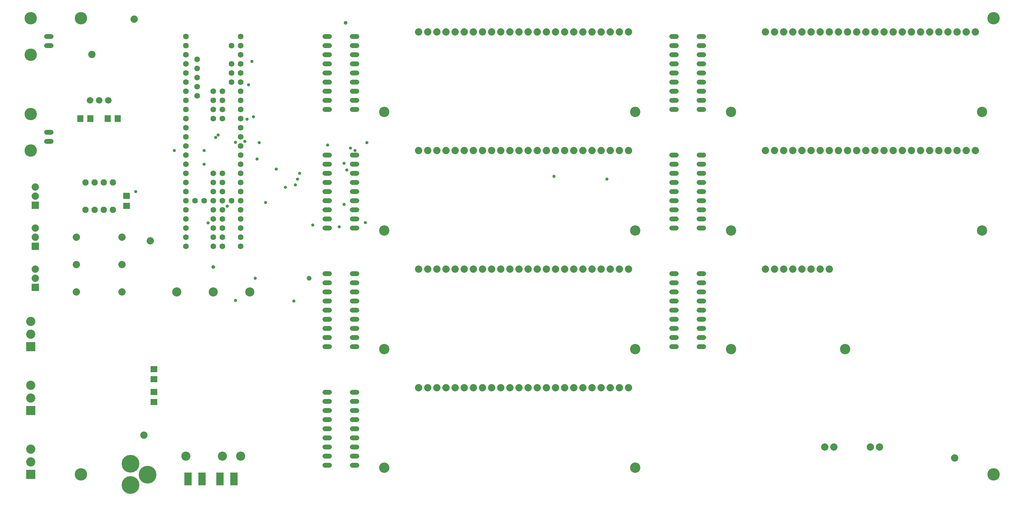
<source format=gbr>
G04 EAGLE Gerber RS-274X export*
G75*
%MOMM*%
%FSLAX34Y34*%
%LPD*%
%INSoldermask Top*%
%IPPOS*%
%AMOC8*
5,1,8,0,0,1.08239X$1,22.5*%
G01*
%ADD10C,2.870200*%
%ADD11P,1.896997X8X202.500000*%
%ADD12C,4.952400*%
%ADD13C,1.371600*%
%ADD14C,1.828800*%
%ADD15C,1.358800*%
%ADD16C,3.452400*%
%ADD17C,2.552400*%
%ADD18R,2.032000X2.032000*%
%ADD19C,2.032000*%
%ADD20R,2.565400X2.565400*%
%ADD21C,2.565400*%
%ADD22C,3.454400*%
%ADD23R,1.752400X1.952400*%
%ADD24R,1.952400X1.752400*%
%ADD25R,2.052400X3.552400*%
%ADD26C,1.600200*%
%ADD27C,1.320800*%
%ADD28C,1.066800*%
%ADD29C,0.914400*%


D10*
X1733550Y1073150D03*
X1035050Y1073150D03*
X1733550Y742950D03*
X1035050Y742950D03*
X1733550Y412750D03*
X1035050Y412750D03*
X1733550Y82550D03*
X1035050Y82550D03*
X2698750Y1073150D03*
X2000250Y1073150D03*
X2698750Y742950D03*
X2000250Y742950D03*
X2317750Y412750D03*
X2000250Y412750D03*
D11*
X279400Y876300D03*
X254000Y876300D03*
X228600Y876300D03*
X203200Y876300D03*
X203200Y800100D03*
X228600Y800100D03*
X254000Y800100D03*
X279400Y800100D03*
D12*
X376200Y62900D03*
X329200Y92900D03*
X329200Y33900D03*
D13*
X870204Y1282700D02*
X882396Y1282700D01*
X882396Y1257300D02*
X870204Y1257300D01*
X870204Y1130300D02*
X882396Y1130300D01*
X882396Y1104900D02*
X870204Y1104900D01*
X870204Y1231900D02*
X882396Y1231900D01*
X882396Y1206500D02*
X870204Y1206500D01*
X870204Y1155700D02*
X882396Y1155700D01*
X882396Y1181100D02*
X870204Y1181100D01*
X870204Y1079500D02*
X882396Y1079500D01*
X946404Y1079500D02*
X958596Y1079500D01*
X958596Y1104900D02*
X946404Y1104900D01*
X946404Y1130300D02*
X958596Y1130300D01*
X958596Y1155700D02*
X946404Y1155700D01*
X946404Y1181100D02*
X958596Y1181100D01*
X958596Y1206500D02*
X946404Y1206500D01*
X946404Y1231900D02*
X958596Y1231900D01*
X958596Y1257300D02*
X946404Y1257300D01*
X946404Y1282700D02*
X958596Y1282700D01*
D14*
X215900Y1104900D03*
X241300Y1104900D03*
X266700Y1104900D03*
D15*
X107632Y1257300D02*
X95568Y1257300D01*
X95568Y1282700D02*
X107632Y1282700D01*
D16*
X50800Y1231900D03*
X50800Y1333500D03*
D17*
X635000Y114300D03*
X584200Y114300D03*
X558800Y571500D03*
X457200Y571500D03*
X482600Y114300D03*
X660400Y571500D03*
D18*
X63500Y698500D03*
D19*
X63500Y723900D03*
X63500Y749300D03*
D18*
X63500Y584200D03*
D19*
X63500Y609600D03*
X63500Y635000D03*
D20*
X50800Y241300D03*
D21*
X50800Y276300D03*
X50800Y311300D03*
D20*
X50800Y419100D03*
D21*
X50800Y454100D03*
X50800Y489100D03*
D19*
X1130300Y1295400D03*
X1155700Y1295400D03*
X1181100Y1295400D03*
X1206500Y1295400D03*
X1231900Y1295400D03*
X1257300Y1295400D03*
X1282700Y1295400D03*
X1308100Y1295400D03*
X1333500Y1295400D03*
X1358900Y1295400D03*
X1384300Y1295400D03*
X1409700Y1295400D03*
X1435100Y1295400D03*
X1460500Y1295400D03*
X1485900Y1295400D03*
X1511300Y1295400D03*
X1536700Y1295400D03*
X1562100Y1295400D03*
X1587500Y1295400D03*
X1612900Y1295400D03*
X1638300Y1295400D03*
X1663700Y1295400D03*
X1689100Y1295400D03*
X1714500Y1295400D03*
D22*
X190500Y63500D03*
X190500Y1333500D03*
X2730500Y1333500D03*
X2730500Y63500D03*
D19*
X304800Y723900D03*
X177800Y723900D03*
X177800Y647700D03*
X304800Y647700D03*
X177800Y571500D03*
X304800Y571500D03*
D23*
X293400Y1054100D03*
X265400Y1054100D03*
X217200Y1054100D03*
X189200Y1054100D03*
D24*
X317500Y811500D03*
X317500Y839500D03*
D19*
X2622550Y109220D03*
X220980Y1233170D03*
X383540Y713740D03*
X339090Y1330960D03*
X365760Y172720D03*
D24*
X393700Y328900D03*
X393700Y356900D03*
X393700Y293400D03*
X393700Y265400D03*
D25*
X577400Y50800D03*
X616400Y50800D03*
D26*
X482600Y1282700D03*
X482600Y1257300D03*
X482600Y1231900D03*
X482600Y1206500D03*
X482600Y1181100D03*
X482600Y1155700D03*
X482600Y1130300D03*
X482600Y1104900D03*
X482600Y1079500D03*
X482600Y1054100D03*
X482600Y1028700D03*
X482600Y1003300D03*
X482600Y977900D03*
X482600Y952500D03*
X482600Y901700D03*
X482600Y876300D03*
X482600Y850900D03*
X482600Y825500D03*
X609600Y825500D03*
X635000Y952500D03*
X635000Y977900D03*
X635000Y1003300D03*
X635000Y1028700D03*
X635000Y1054100D03*
X635000Y1079500D03*
X635000Y1104900D03*
X635000Y1130300D03*
X635000Y1155700D03*
X635000Y1181100D03*
X635000Y1206500D03*
X635000Y1231900D03*
X635000Y1257300D03*
X635000Y1282700D03*
X609600Y1257300D03*
X609600Y1206500D03*
X609600Y1181100D03*
X609600Y1155700D03*
X514350Y1117600D03*
X482600Y927100D03*
X514350Y1168400D03*
X514350Y1219200D03*
X558800Y1054100D03*
X558800Y1079500D03*
X514350Y1143000D03*
X514350Y1193800D03*
X584200Y1054100D03*
X584200Y1079500D03*
X584200Y1104900D03*
X584200Y1130300D03*
X558800Y1104900D03*
X558800Y1130300D03*
X508000Y825500D03*
X635000Y825500D03*
X635000Y850900D03*
X635000Y876300D03*
X635000Y901700D03*
X635000Y927100D03*
X533400Y825500D03*
X558800Y825500D03*
X584200Y825500D03*
X482600Y800100D03*
X482600Y774700D03*
X482600Y749300D03*
X482600Y723900D03*
X482600Y698500D03*
X635000Y698500D03*
X635000Y800100D03*
X635000Y774700D03*
X635000Y749300D03*
X635000Y723900D03*
X558800Y850900D03*
X558800Y876300D03*
X558800Y901700D03*
X584200Y901700D03*
X584200Y876300D03*
X584200Y850900D03*
X558800Y800100D03*
X558800Y774700D03*
X558800Y749300D03*
X558800Y723900D03*
X558800Y698500D03*
X584200Y800100D03*
X584200Y774700D03*
X584200Y749300D03*
X584200Y723900D03*
X584200Y698500D03*
D15*
X107632Y990600D02*
X95568Y990600D01*
X95568Y1016000D02*
X107632Y1016000D01*
D16*
X50800Y965200D03*
X50800Y1066800D03*
D13*
X870204Y952500D02*
X882396Y952500D01*
X882396Y927100D02*
X870204Y927100D01*
X870204Y800100D02*
X882396Y800100D01*
X882396Y774700D02*
X870204Y774700D01*
X870204Y901700D02*
X882396Y901700D01*
X882396Y876300D02*
X870204Y876300D01*
X870204Y825500D02*
X882396Y825500D01*
X882396Y850900D02*
X870204Y850900D01*
X870204Y749300D02*
X882396Y749300D01*
X946404Y749300D02*
X958596Y749300D01*
X958596Y774700D02*
X946404Y774700D01*
X946404Y800100D02*
X958596Y800100D01*
X958596Y825500D02*
X946404Y825500D01*
X946404Y850900D02*
X958596Y850900D01*
X958596Y876300D02*
X946404Y876300D01*
X946404Y901700D02*
X958596Y901700D01*
X958596Y927100D02*
X946404Y927100D01*
X946404Y952500D02*
X958596Y952500D01*
D19*
X1130300Y965200D03*
X1155700Y965200D03*
X1181100Y965200D03*
X1206500Y965200D03*
X1231900Y965200D03*
X1257300Y965200D03*
X1282700Y965200D03*
X1308100Y965200D03*
X1333500Y965200D03*
X1358900Y965200D03*
X1384300Y965200D03*
X1409700Y965200D03*
X1435100Y965200D03*
X1460500Y965200D03*
X1485900Y965200D03*
X1511300Y965200D03*
X1536700Y965200D03*
X1562100Y965200D03*
X1587500Y965200D03*
X1612900Y965200D03*
X1638300Y965200D03*
X1663700Y965200D03*
X1689100Y965200D03*
X1714500Y965200D03*
D13*
X882396Y622300D02*
X870204Y622300D01*
X870204Y596900D02*
X882396Y596900D01*
X882396Y469900D02*
X870204Y469900D01*
X870204Y444500D02*
X882396Y444500D01*
X882396Y571500D02*
X870204Y571500D01*
X870204Y546100D02*
X882396Y546100D01*
X882396Y495300D02*
X870204Y495300D01*
X870204Y520700D02*
X882396Y520700D01*
X882396Y419100D02*
X870204Y419100D01*
X946404Y419100D02*
X958596Y419100D01*
X958596Y444500D02*
X946404Y444500D01*
X946404Y469900D02*
X958596Y469900D01*
X958596Y495300D02*
X946404Y495300D01*
X946404Y520700D02*
X958596Y520700D01*
X958596Y546100D02*
X946404Y546100D01*
X946404Y571500D02*
X958596Y571500D01*
X958596Y596900D02*
X946404Y596900D01*
X946404Y622300D02*
X958596Y622300D01*
D19*
X1130300Y635000D03*
X1155700Y635000D03*
X1181100Y635000D03*
X1206500Y635000D03*
X1231900Y635000D03*
X1257300Y635000D03*
X1282700Y635000D03*
X1308100Y635000D03*
X1333500Y635000D03*
X1358900Y635000D03*
X1384300Y635000D03*
X1409700Y635000D03*
X1435100Y635000D03*
X1460500Y635000D03*
X1485900Y635000D03*
X1511300Y635000D03*
X1536700Y635000D03*
X1562100Y635000D03*
X1587500Y635000D03*
X1612900Y635000D03*
X1638300Y635000D03*
X1663700Y635000D03*
X1689100Y635000D03*
X1714500Y635000D03*
D13*
X882396Y292100D02*
X870204Y292100D01*
X870204Y266700D02*
X882396Y266700D01*
X882396Y139700D02*
X870204Y139700D01*
X870204Y114300D02*
X882396Y114300D01*
X882396Y241300D02*
X870204Y241300D01*
X870204Y215900D02*
X882396Y215900D01*
X882396Y165100D02*
X870204Y165100D01*
X870204Y190500D02*
X882396Y190500D01*
X882396Y88900D02*
X870204Y88900D01*
X946404Y88900D02*
X958596Y88900D01*
X958596Y114300D02*
X946404Y114300D01*
X946404Y139700D02*
X958596Y139700D01*
X958596Y165100D02*
X946404Y165100D01*
X946404Y190500D02*
X958596Y190500D01*
X958596Y215900D02*
X946404Y215900D01*
X946404Y241300D02*
X958596Y241300D01*
X958596Y266700D02*
X946404Y266700D01*
X946404Y292100D02*
X958596Y292100D01*
D19*
X1130300Y304800D03*
X1155700Y304800D03*
X1181100Y304800D03*
X1206500Y304800D03*
X1231900Y304800D03*
X1257300Y304800D03*
X1282700Y304800D03*
X1308100Y304800D03*
X1333500Y304800D03*
X1358900Y304800D03*
X1384300Y304800D03*
X1409700Y304800D03*
X1435100Y304800D03*
X1460500Y304800D03*
X1485900Y304800D03*
X1511300Y304800D03*
X1536700Y304800D03*
X1562100Y304800D03*
X1587500Y304800D03*
X1612900Y304800D03*
X1638300Y304800D03*
X1663700Y304800D03*
X1689100Y304800D03*
X1714500Y304800D03*
D13*
X1835404Y1282700D02*
X1847596Y1282700D01*
X1847596Y1257300D02*
X1835404Y1257300D01*
X1835404Y1130300D02*
X1847596Y1130300D01*
X1847596Y1104900D02*
X1835404Y1104900D01*
X1835404Y1231900D02*
X1847596Y1231900D01*
X1847596Y1206500D02*
X1835404Y1206500D01*
X1835404Y1155700D02*
X1847596Y1155700D01*
X1847596Y1181100D02*
X1835404Y1181100D01*
X1835404Y1079500D02*
X1847596Y1079500D01*
X1911604Y1079500D02*
X1923796Y1079500D01*
X1923796Y1104900D02*
X1911604Y1104900D01*
X1911604Y1130300D02*
X1923796Y1130300D01*
X1923796Y1155700D02*
X1911604Y1155700D01*
X1911604Y1181100D02*
X1923796Y1181100D01*
X1923796Y1206500D02*
X1911604Y1206500D01*
X1911604Y1231900D02*
X1923796Y1231900D01*
X1923796Y1257300D02*
X1911604Y1257300D01*
X1911604Y1282700D02*
X1923796Y1282700D01*
D19*
X2095500Y1295400D03*
X2120900Y1295400D03*
X2146300Y1295400D03*
X2171700Y1295400D03*
X2197100Y1295400D03*
X2222500Y1295400D03*
X2247900Y1295400D03*
X2273300Y1295400D03*
X2298700Y1295400D03*
X2324100Y1295400D03*
X2349500Y1295400D03*
X2374900Y1295400D03*
X2400300Y1295400D03*
X2425700Y1295400D03*
X2451100Y1295400D03*
X2476500Y1295400D03*
X2501900Y1295400D03*
X2527300Y1295400D03*
X2552700Y1295400D03*
X2578100Y1295400D03*
X2603500Y1295400D03*
X2628900Y1295400D03*
X2654300Y1295400D03*
X2679700Y1295400D03*
D13*
X1847596Y952500D02*
X1835404Y952500D01*
X1835404Y927100D02*
X1847596Y927100D01*
X1847596Y800100D02*
X1835404Y800100D01*
X1835404Y774700D02*
X1847596Y774700D01*
X1847596Y901700D02*
X1835404Y901700D01*
X1835404Y876300D02*
X1847596Y876300D01*
X1847596Y825500D02*
X1835404Y825500D01*
X1835404Y850900D02*
X1847596Y850900D01*
X1847596Y749300D02*
X1835404Y749300D01*
X1911604Y749300D02*
X1923796Y749300D01*
X1923796Y774700D02*
X1911604Y774700D01*
X1911604Y800100D02*
X1923796Y800100D01*
X1923796Y825500D02*
X1911604Y825500D01*
X1911604Y850900D02*
X1923796Y850900D01*
X1923796Y876300D02*
X1911604Y876300D01*
X1911604Y901700D02*
X1923796Y901700D01*
X1923796Y927100D02*
X1911604Y927100D01*
X1911604Y952500D02*
X1923796Y952500D01*
D19*
X2095500Y965200D03*
X2120900Y965200D03*
X2146300Y965200D03*
X2171700Y965200D03*
X2197100Y965200D03*
X2222500Y965200D03*
X2247900Y965200D03*
X2273300Y965200D03*
X2298700Y965200D03*
X2324100Y965200D03*
X2349500Y965200D03*
X2374900Y965200D03*
X2400300Y965200D03*
X2425700Y965200D03*
X2451100Y965200D03*
X2476500Y965200D03*
X2501900Y965200D03*
X2527300Y965200D03*
X2552700Y965200D03*
X2578100Y965200D03*
X2603500Y965200D03*
X2628900Y965200D03*
X2654300Y965200D03*
X2679700Y965200D03*
D13*
X1847596Y622300D02*
X1835404Y622300D01*
X1835404Y596900D02*
X1847596Y596900D01*
X1847596Y469900D02*
X1835404Y469900D01*
X1835404Y444500D02*
X1847596Y444500D01*
X1847596Y571500D02*
X1835404Y571500D01*
X1835404Y546100D02*
X1847596Y546100D01*
X1847596Y495300D02*
X1835404Y495300D01*
X1835404Y520700D02*
X1847596Y520700D01*
X1847596Y419100D02*
X1835404Y419100D01*
X1911604Y419100D02*
X1923796Y419100D01*
X1923796Y444500D02*
X1911604Y444500D01*
X1911604Y469900D02*
X1923796Y469900D01*
X1923796Y495300D02*
X1911604Y495300D01*
X1911604Y520700D02*
X1923796Y520700D01*
X1923796Y546100D02*
X1911604Y546100D01*
X1911604Y571500D02*
X1923796Y571500D01*
X1923796Y596900D02*
X1911604Y596900D01*
X1911604Y622300D02*
X1923796Y622300D01*
D19*
X2260600Y139700D03*
X2286000Y139700D03*
X2387600Y139700D03*
X2413000Y139700D03*
X2095500Y635000D03*
X2120900Y635000D03*
X2146300Y635000D03*
X2171700Y635000D03*
X2197100Y635000D03*
X2222500Y635000D03*
X2247900Y635000D03*
X2273300Y635000D03*
D18*
X63500Y812800D03*
D19*
X63500Y838200D03*
X63500Y863600D03*
D20*
X50800Y63500D03*
D21*
X50800Y98500D03*
X50800Y133500D03*
D25*
X527500Y50800D03*
X488500Y50800D03*
D27*
X825500Y609600D03*
D28*
X558800Y641350D03*
D29*
X533400Y927100D03*
X533400Y965200D03*
X450850Y965200D03*
X342900Y850900D03*
D28*
X927100Y1320800D03*
D29*
X573024Y1008888D03*
X666496Y1213104D03*
X787400Y869696D03*
X680720Y941832D03*
X565912Y1001776D03*
X783336Y546608D03*
X544576Y764032D03*
X598424Y810768D03*
X982472Y765048D03*
X954024Y965200D03*
X734568Y913384D03*
X1507744Y893064D03*
X923544Y815848D03*
X986536Y987552D03*
X686816Y987552D03*
X620776Y988568D03*
X940816Y972312D03*
X670560Y1059688D03*
X909320Y752856D03*
X657352Y1148080D03*
X877824Y980440D03*
X1655064Y885952D03*
X653288Y1052576D03*
X705104Y820928D03*
X799592Y902208D03*
X647192Y990600D03*
X620776Y547624D03*
X675640Y609600D03*
X836168Y757936D03*
X930656Y911352D03*
X759968Y862584D03*
X923544Y929640D03*
X793496Y885952D03*
M02*

</source>
